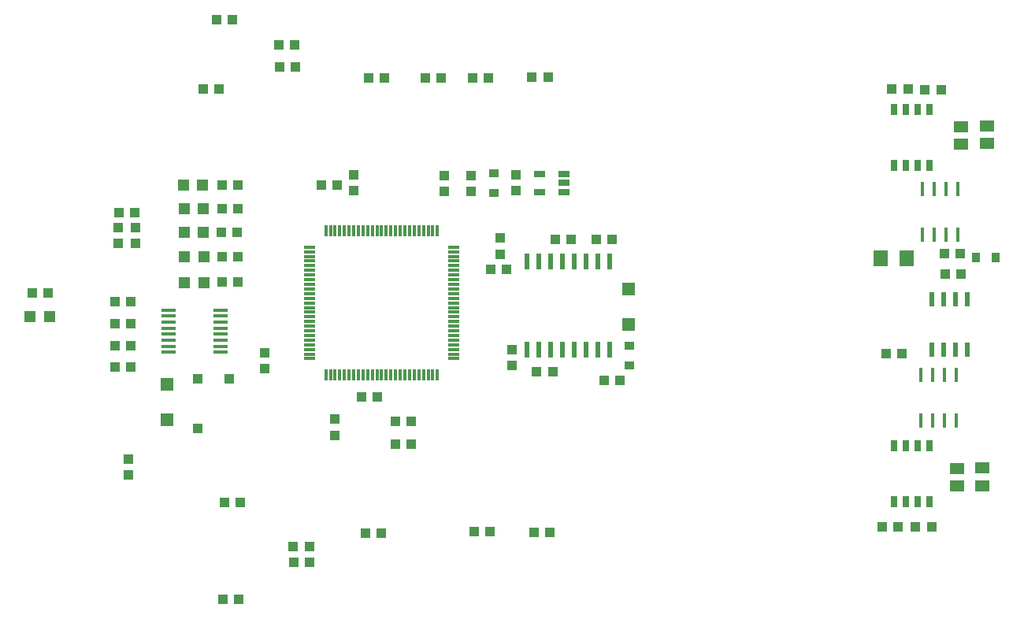
<source format=gtp>
G75*
%MOIN*%
%OFA0B0*%
%FSLAX25Y25*%
%IPPOS*%
%LPD*%
%AMOC8*
5,1,8,0,0,1.08239X$1,22.5*
%
%ADD10R,0.04724X0.02953*%
%ADD11R,0.02362X0.06102*%
%ADD12R,0.03937X0.04331*%
%ADD13R,0.04331X0.03937*%
%ADD14R,0.05906X0.05118*%
%ADD15R,0.06299X0.07087*%
%ADD16R,0.05512X0.05512*%
%ADD17R,0.02252X0.06657*%
%ADD18R,0.01654X0.05906*%
%ADD19R,0.01575X0.05906*%
%ADD20R,0.03937X0.03543*%
%ADD21R,0.03543X0.03937*%
%ADD22R,0.04724X0.04724*%
%ADD23R,0.02500X0.05000*%
%ADD24R,0.02600X0.05000*%
%ADD25R,0.03937X0.03937*%
%ADD26R,0.04724X0.01181*%
%ADD27R,0.01181X0.04724*%
%ADD28R,0.06102X0.01181*%
D10*
X0265717Y0403982D03*
X0265717Y0411462D03*
X0275954Y0411462D03*
X0275954Y0407722D03*
X0275954Y0403982D03*
D11*
X0431702Y0358372D03*
X0436702Y0358372D03*
X0441702Y0358372D03*
X0446702Y0358372D03*
X0446702Y0337112D03*
X0441702Y0337112D03*
X0436702Y0337112D03*
X0431702Y0337112D03*
D12*
X0131814Y0231610D03*
X0138507Y0231610D03*
X0192066Y0259641D03*
X0198759Y0259641D03*
X0238188Y0260094D03*
X0244881Y0260094D03*
X0179241Y0301029D03*
X0179241Y0307722D03*
X0149517Y0329317D03*
X0149517Y0336009D03*
X0138099Y0366009D03*
X0131406Y0366009D03*
X0131367Y0376639D03*
X0138060Y0376639D03*
X0137902Y0386757D03*
X0131209Y0386757D03*
X0131288Y0396836D03*
X0137981Y0396836D03*
X0137981Y0406757D03*
X0131288Y0406757D03*
X0094566Y0395163D03*
X0094797Y0388908D03*
X0094797Y0382215D03*
X0087538Y0382156D03*
X0087538Y0388849D03*
X0087873Y0395163D03*
X0086121Y0357555D03*
X0092814Y0357555D03*
X0092784Y0348204D03*
X0086091Y0348204D03*
X0086160Y0338854D03*
X0092853Y0338854D03*
X0092774Y0329750D03*
X0086081Y0329750D03*
X0057637Y0361251D03*
X0050944Y0361251D03*
X0123335Y0447427D03*
X0130028Y0447427D03*
X0187056Y0411226D03*
X0187056Y0404533D03*
X0225412Y0404041D03*
X0225412Y0410734D03*
X0236761Y0410931D03*
X0236761Y0404238D03*
X0255904Y0404523D03*
X0255904Y0411216D03*
X0249005Y0384395D03*
X0249005Y0377702D03*
X0254044Y0337230D03*
X0254044Y0330537D03*
X0244064Y0452289D03*
X0237371Y0452289D03*
X0200245Y0452230D03*
X0193552Y0452230D03*
X0410786Y0262141D03*
X0417479Y0262141D03*
X0424910Y0262141D03*
X0431603Y0262141D03*
X0428926Y0447328D03*
X0435619Y0447328D03*
X0421603Y0447506D03*
X0414910Y0447506D03*
D13*
X0437076Y0377978D03*
X0443769Y0377978D03*
X0444083Y0369120D03*
X0437391Y0369120D03*
X0419005Y0335537D03*
X0412312Y0335537D03*
X0299625Y0324346D03*
X0292932Y0324346D03*
X0271288Y0327801D03*
X0264595Y0327801D03*
X0251702Y0371324D03*
X0245009Y0371324D03*
X0272292Y0383982D03*
X0278985Y0383982D03*
X0289615Y0384021D03*
X0296308Y0384021D03*
X0269280Y0452407D03*
X0262587Y0452407D03*
X0224103Y0452171D03*
X0217410Y0452171D03*
X0180028Y0407033D03*
X0173335Y0407033D03*
X0162587Y0456954D03*
X0155894Y0456954D03*
X0155422Y0466305D03*
X0162115Y0466305D03*
X0135776Y0476964D03*
X0129083Y0476964D03*
X0190501Y0317151D03*
X0197194Y0317151D03*
X0204674Y0306836D03*
X0211367Y0306836D03*
X0211564Y0297191D03*
X0204871Y0297191D03*
X0168286Y0253706D03*
X0168552Y0247309D03*
X0161859Y0247309D03*
X0161593Y0253706D03*
X0139013Y0272565D03*
X0132320Y0272565D03*
X0091898Y0284257D03*
X0091898Y0290950D03*
X0263463Y0259996D03*
X0270156Y0259996D03*
D14*
X0442538Y0279484D03*
X0442538Y0286964D03*
X0453119Y0287063D03*
X0453119Y0279582D03*
X0444182Y0424208D03*
X0444182Y0431689D03*
X0455009Y0432033D03*
X0455009Y0424553D03*
D15*
X0421013Y0375773D03*
X0409989Y0375773D03*
D16*
X0303493Y0362840D03*
X0303493Y0347880D03*
X0108109Y0322486D03*
X0108109Y0307525D03*
D17*
X0260540Y0337309D03*
X0265540Y0337309D03*
X0270540Y0337309D03*
X0275540Y0337309D03*
X0280540Y0337309D03*
X0285540Y0337309D03*
X0290540Y0337309D03*
X0295265Y0337309D03*
X0295265Y0374474D03*
X0290540Y0374474D03*
X0285540Y0374474D03*
X0280540Y0374474D03*
X0275540Y0374474D03*
X0270540Y0374474D03*
X0265540Y0374474D03*
X0260540Y0374474D03*
D18*
X0437843Y0385852D03*
X0442843Y0385852D03*
X0442253Y0307112D03*
X0437253Y0307112D03*
D19*
X0432253Y0307112D03*
X0427253Y0307112D03*
X0427253Y0326403D03*
X0432253Y0326403D03*
X0437253Y0326403D03*
X0442253Y0326403D03*
X0432843Y0385852D03*
X0427843Y0385852D03*
X0427843Y0405143D03*
X0432843Y0405143D03*
X0437843Y0405143D03*
X0442843Y0405143D03*
D20*
X0303749Y0338864D03*
X0303749Y0330596D03*
X0246367Y0403637D03*
X0246367Y0411905D03*
D21*
X0450461Y0376246D03*
X0458729Y0376246D03*
D22*
X0123769Y0376639D03*
X0115501Y0376639D03*
X0115461Y0365655D03*
X0123729Y0365655D03*
X0123572Y0386757D03*
X0115304Y0386757D03*
X0115265Y0396836D03*
X0123532Y0396836D03*
X0123257Y0406836D03*
X0114989Y0406836D03*
X0058380Y0351039D03*
X0050112Y0351039D03*
D23*
X0415835Y0415301D03*
X0420835Y0415301D03*
X0425835Y0415301D03*
X0425835Y0438923D03*
X0420835Y0438923D03*
X0415835Y0438923D03*
X0430835Y0438923D03*
X0430678Y0296561D03*
X0425678Y0296561D03*
X0420678Y0296561D03*
X0420678Y0272939D03*
X0425678Y0272939D03*
X0430678Y0272939D03*
X0415678Y0272939D03*
D24*
X0415678Y0296561D03*
X0430835Y0415301D03*
D25*
X0134398Y0324986D03*
X0121013Y0324986D03*
X0121013Y0303726D03*
D26*
X0168414Y0333372D03*
X0168414Y0335340D03*
X0168414Y0337309D03*
X0168414Y0339277D03*
X0168414Y0341246D03*
X0168414Y0343214D03*
X0168414Y0345183D03*
X0168414Y0347151D03*
X0168414Y0349120D03*
X0168414Y0351088D03*
X0168414Y0353057D03*
X0168414Y0355025D03*
X0168414Y0356994D03*
X0168414Y0358962D03*
X0168414Y0360931D03*
X0168414Y0362899D03*
X0168414Y0364868D03*
X0168414Y0366836D03*
X0168414Y0368805D03*
X0168414Y0370773D03*
X0168414Y0372742D03*
X0168414Y0374710D03*
X0168414Y0376679D03*
X0168414Y0378647D03*
X0168414Y0380616D03*
X0229438Y0380616D03*
X0229438Y0378647D03*
X0229438Y0376679D03*
X0229438Y0374710D03*
X0229438Y0372742D03*
X0229438Y0370773D03*
X0229438Y0368805D03*
X0229438Y0366836D03*
X0229438Y0364868D03*
X0229438Y0362899D03*
X0229438Y0360931D03*
X0229438Y0358962D03*
X0229438Y0356994D03*
X0229438Y0355025D03*
X0229438Y0353057D03*
X0229438Y0351088D03*
X0229438Y0349120D03*
X0229438Y0347151D03*
X0229438Y0345183D03*
X0229438Y0343214D03*
X0229438Y0341246D03*
X0229438Y0339277D03*
X0229438Y0337309D03*
X0229438Y0335340D03*
X0229438Y0333372D03*
D27*
X0222548Y0326482D03*
X0220580Y0326482D03*
X0218611Y0326482D03*
X0216643Y0326482D03*
X0214674Y0326482D03*
X0212706Y0326482D03*
X0210737Y0326482D03*
X0208769Y0326482D03*
X0206800Y0326482D03*
X0204831Y0326482D03*
X0202863Y0326482D03*
X0200894Y0326482D03*
X0198926Y0326482D03*
X0196957Y0326482D03*
X0194989Y0326482D03*
X0193020Y0326482D03*
X0191052Y0326482D03*
X0189083Y0326482D03*
X0187115Y0326482D03*
X0185146Y0326482D03*
X0183178Y0326482D03*
X0181209Y0326482D03*
X0179241Y0326482D03*
X0177272Y0326482D03*
X0175304Y0326482D03*
X0175304Y0387506D03*
X0177272Y0387506D03*
X0179241Y0387506D03*
X0181209Y0387506D03*
X0183178Y0387506D03*
X0185146Y0387506D03*
X0187115Y0387506D03*
X0189083Y0387506D03*
X0191052Y0387506D03*
X0193020Y0387506D03*
X0194989Y0387506D03*
X0196957Y0387506D03*
X0198926Y0387506D03*
X0200894Y0387506D03*
X0202863Y0387506D03*
X0204831Y0387506D03*
X0206800Y0387506D03*
X0208769Y0387506D03*
X0210737Y0387506D03*
X0212706Y0387506D03*
X0214674Y0387506D03*
X0216643Y0387506D03*
X0218611Y0387506D03*
X0220580Y0387506D03*
X0222548Y0387506D03*
D28*
X0130850Y0354006D03*
X0130850Y0351447D03*
X0130850Y0348888D03*
X0130850Y0346329D03*
X0130850Y0343770D03*
X0130850Y0341211D03*
X0130850Y0338652D03*
X0130850Y0336093D03*
X0108803Y0336093D03*
X0108803Y0338652D03*
X0108803Y0341211D03*
X0108803Y0343770D03*
X0108803Y0346329D03*
X0108803Y0348888D03*
X0108803Y0351447D03*
X0108803Y0354006D03*
M02*

</source>
